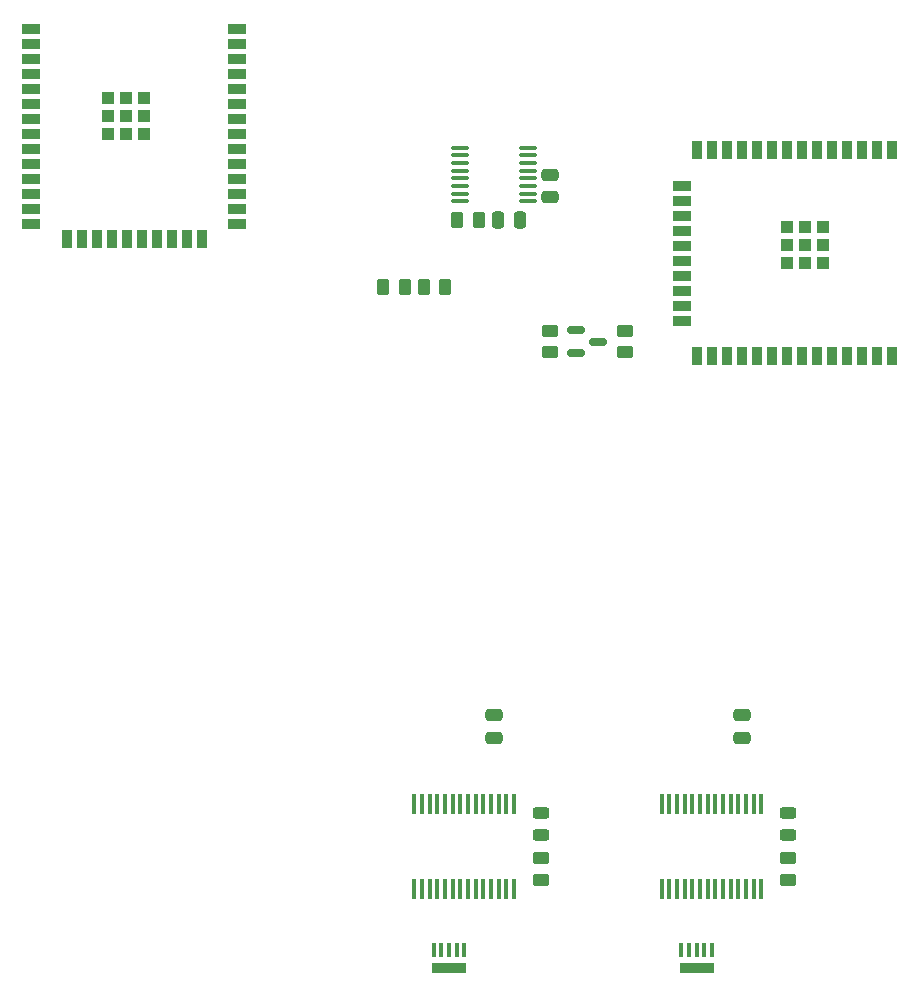
<source format=gtp>
G04 #@! TF.GenerationSoftware,KiCad,Pcbnew,6.0.11+dfsg-1*
G04 #@! TF.CreationDate,2024-10-22T12:26:55+02:00*
G04 #@! TF.ProjectId,kaarten_shieter,6b616172-7465-46e5-9f73-686965746572,rev?*
G04 #@! TF.SameCoordinates,Original*
G04 #@! TF.FileFunction,Paste,Top*
G04 #@! TF.FilePolarity,Positive*
%FSLAX46Y46*%
G04 Gerber Fmt 4.6, Leading zero omitted, Abs format (unit mm)*
G04 Created by KiCad (PCBNEW 6.0.11+dfsg-1) date 2024-10-22 12:26:55*
%MOMM*%
%LPD*%
G01*
G04 APERTURE LIST*
G04 Aperture macros list*
%AMRoundRect*
0 Rectangle with rounded corners*
0 $1 Rounding radius*
0 $2 $3 $4 $5 $6 $7 $8 $9 X,Y pos of 4 corners*
0 Add a 4 corners polygon primitive as box body*
4,1,4,$2,$3,$4,$5,$6,$7,$8,$9,$2,$3,0*
0 Add four circle primitives for the rounded corners*
1,1,$1+$1,$2,$3*
1,1,$1+$1,$4,$5*
1,1,$1+$1,$6,$7*
1,1,$1+$1,$8,$9*
0 Add four rect primitives between the rounded corners*
20,1,$1+$1,$2,$3,$4,$5,0*
20,1,$1+$1,$4,$5,$6,$7,0*
20,1,$1+$1,$6,$7,$8,$9,0*
20,1,$1+$1,$8,$9,$2,$3,0*%
G04 Aperture macros list end*
%ADD10R,0.900000X1.500000*%
%ADD11R,1.500000X0.900000*%
%ADD12R,1.050000X1.050000*%
%ADD13RoundRect,0.250000X0.450000X-0.262500X0.450000X0.262500X-0.450000X0.262500X-0.450000X-0.262500X0*%
%ADD14RoundRect,0.243750X-0.456250X0.243750X-0.456250X-0.243750X0.456250X-0.243750X0.456250X0.243750X0*%
%ADD15R,0.450000X1.750000*%
%ADD16RoundRect,0.100000X-0.637500X-0.100000X0.637500X-0.100000X0.637500X0.100000X-0.637500X0.100000X0*%
%ADD17RoundRect,0.250000X-0.262500X-0.450000X0.262500X-0.450000X0.262500X0.450000X-0.262500X0.450000X0*%
%ADD18R,0.400000X1.200000*%
%ADD19R,3.000000X0.900000*%
%ADD20RoundRect,0.250000X-0.450000X0.262500X-0.450000X-0.262500X0.450000X-0.262500X0.450000X0.262500X0*%
%ADD21RoundRect,0.250000X0.475000X-0.250000X0.475000X0.250000X-0.475000X0.250000X-0.475000X-0.250000X0*%
%ADD22RoundRect,0.250000X-0.250000X-0.475000X0.250000X-0.475000X0.250000X0.475000X-0.250000X0.475000X0*%
%ADD23RoundRect,0.150000X-0.587500X-0.150000X0.587500X-0.150000X0.587500X0.150000X-0.587500X0.150000X0*%
%ADD24RoundRect,0.250000X-0.475000X0.250000X-0.475000X-0.250000X0.475000X-0.250000X0.475000X0.250000X0*%
G04 APERTURE END LIST*
D10*
X112431000Y-47685250D03*
X111161000Y-47685250D03*
X109891000Y-47685250D03*
X108621000Y-47685250D03*
X107351000Y-47685250D03*
X106081000Y-47685250D03*
X104811000Y-47685250D03*
X103541000Y-47685250D03*
X102271000Y-47685250D03*
X101001000Y-47685250D03*
X99731000Y-47685250D03*
X98461000Y-47685250D03*
X97191000Y-47685250D03*
X95921000Y-47685250D03*
D11*
X94671000Y-50725250D03*
X94671000Y-51995250D03*
X94671000Y-53265250D03*
X94671000Y-54535250D03*
X94671000Y-55805250D03*
X94671000Y-57075250D03*
X94671000Y-58345250D03*
X94671000Y-59615250D03*
X94671000Y-60885250D03*
X94671000Y-62155250D03*
D10*
X95921000Y-65185250D03*
X97191000Y-65185250D03*
X98461000Y-65185250D03*
X99731000Y-65185250D03*
X101001000Y-65185250D03*
X102271000Y-65185250D03*
X103541000Y-65185250D03*
X104811000Y-65185250D03*
X106081000Y-65185250D03*
X107351000Y-65185250D03*
X108621000Y-65185250D03*
X109891000Y-65185250D03*
X111161000Y-65185250D03*
X112431000Y-65185250D03*
D12*
X105091000Y-55755250D03*
X103566000Y-57280250D03*
X105091000Y-57280250D03*
X103566000Y-54230250D03*
X106616000Y-57280250D03*
X106616000Y-54230250D03*
X105091000Y-54230250D03*
X103566000Y-55755250D03*
X106616000Y-55755250D03*
D13*
X82685240Y-109497500D03*
X82685240Y-107672500D03*
D14*
X82685240Y-103837500D03*
X82685240Y-105712500D03*
D13*
X89851000Y-64834000D03*
X89851000Y-63009000D03*
D15*
X101380000Y-103080000D03*
X100730000Y-103080000D03*
X100080000Y-103080000D03*
X99430000Y-103080000D03*
X98780000Y-103080000D03*
X98130000Y-103080000D03*
X97480000Y-103080000D03*
X96830000Y-103080000D03*
X96180000Y-103080000D03*
X95530000Y-103080000D03*
X94880000Y-103080000D03*
X94230000Y-103080000D03*
X93580000Y-103080000D03*
X92930000Y-103080000D03*
X92930000Y-110280000D03*
X93580000Y-110280000D03*
X94230000Y-110280000D03*
X94880000Y-110280000D03*
X95530000Y-110280000D03*
X96180000Y-110280000D03*
X96830000Y-110280000D03*
X97480000Y-110280000D03*
X98130000Y-110280000D03*
X98780000Y-110280000D03*
X99430000Y-110280000D03*
X100080000Y-110280000D03*
X100730000Y-110280000D03*
X101380000Y-110280000D03*
D16*
X75877500Y-47509000D03*
X75877500Y-48159000D03*
X75877500Y-48809000D03*
X75877500Y-49459000D03*
X75877500Y-50109000D03*
X75877500Y-50759000D03*
X75877500Y-51409000D03*
X75877500Y-52059000D03*
X81602500Y-52059000D03*
X81602500Y-51409000D03*
X81602500Y-50759000D03*
X81602500Y-50109000D03*
X81602500Y-49459000D03*
X81602500Y-48809000D03*
X81602500Y-48159000D03*
X81602500Y-47509000D03*
D14*
X103640240Y-103837500D03*
X103640240Y-105712500D03*
D17*
X72786000Y-59309000D03*
X74611000Y-59309000D03*
D18*
X94585000Y-115409250D03*
X95235000Y-115409250D03*
X95885000Y-115409250D03*
X96535000Y-115409250D03*
X97185000Y-115409250D03*
D19*
X95885000Y-116959250D03*
D20*
X83501000Y-63009000D03*
X83501000Y-64834000D03*
D21*
X78740000Y-97470000D03*
X78740000Y-95570000D03*
D17*
X75627500Y-53594000D03*
X77452500Y-53594000D03*
D22*
X79056000Y-53594000D03*
X80956000Y-53594000D03*
D23*
X85658500Y-62971500D03*
X85658500Y-64871500D03*
X87533500Y-63921500D03*
D24*
X83501000Y-49784000D03*
X83501000Y-51684000D03*
D13*
X103640240Y-109497500D03*
X103640240Y-107672500D03*
D11*
X39510000Y-37470000D03*
X39510000Y-38740000D03*
X39510000Y-40010000D03*
X39510000Y-41280000D03*
X39510000Y-42550000D03*
X39510000Y-43820000D03*
X39510000Y-45090000D03*
X39510000Y-46360000D03*
X39510000Y-47630000D03*
X39510000Y-48900000D03*
X39510000Y-50170000D03*
X39510000Y-51440000D03*
X39510000Y-52710000D03*
X39510000Y-53980000D03*
D10*
X42550000Y-55230000D03*
X43820000Y-55230000D03*
X45090000Y-55230000D03*
X46360000Y-55230000D03*
X47630000Y-55230000D03*
X48900000Y-55230000D03*
X50170000Y-55230000D03*
X51440000Y-55230000D03*
X52710000Y-55230000D03*
X53980000Y-55230000D03*
D11*
X57010000Y-53980000D03*
X57010000Y-52710000D03*
X57010000Y-51440000D03*
X57010000Y-50170000D03*
X57010000Y-48900000D03*
X57010000Y-47630000D03*
X57010000Y-46360000D03*
X57010000Y-45090000D03*
X57010000Y-43820000D03*
X57010000Y-42550000D03*
X57010000Y-41280000D03*
X57010000Y-40010000D03*
X57010000Y-38740000D03*
X57010000Y-37470000D03*
D12*
X47580000Y-43285000D03*
X47580000Y-44810000D03*
X46055000Y-43285000D03*
X49105000Y-43285000D03*
X47580000Y-46335000D03*
X46055000Y-44810000D03*
X49105000Y-46335000D03*
X46055000Y-46335000D03*
X49105000Y-44810000D03*
D17*
X69341000Y-59309000D03*
X71166000Y-59309000D03*
D15*
X80425000Y-103080000D03*
X79775000Y-103080000D03*
X79125000Y-103080000D03*
X78475000Y-103080000D03*
X77825000Y-103080000D03*
X77175000Y-103080000D03*
X76525000Y-103080000D03*
X75875000Y-103080000D03*
X75225000Y-103080000D03*
X74575000Y-103080000D03*
X73925000Y-103080000D03*
X73275000Y-103080000D03*
X72625000Y-103080000D03*
X71975000Y-103080000D03*
X71975000Y-110280000D03*
X72625000Y-110280000D03*
X73275000Y-110280000D03*
X73925000Y-110280000D03*
X74575000Y-110280000D03*
X75225000Y-110280000D03*
X75875000Y-110280000D03*
X76525000Y-110280000D03*
X77175000Y-110280000D03*
X77825000Y-110280000D03*
X78475000Y-110280000D03*
X79125000Y-110280000D03*
X79775000Y-110280000D03*
X80425000Y-110280000D03*
D18*
X73630000Y-115409250D03*
X74280000Y-115409250D03*
X74930000Y-115409250D03*
X75580000Y-115409250D03*
X76230000Y-115409250D03*
D19*
X74930000Y-116959250D03*
D21*
X99695000Y-97470000D03*
X99695000Y-95570000D03*
M02*

</source>
